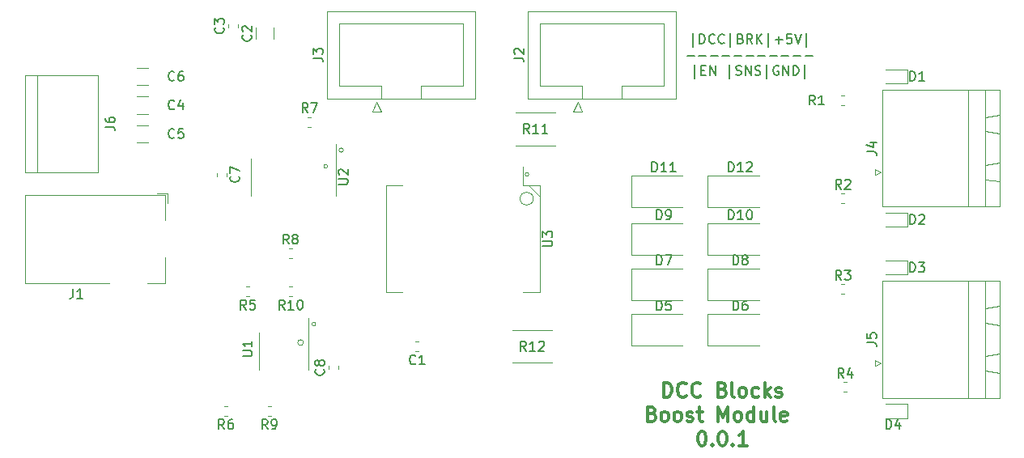
<source format=gbr>
%TF.GenerationSoftware,KiCad,Pcbnew,5.1.6-c6e7f7d~86~ubuntu20.04.1*%
%TF.CreationDate,2020-06-23T12:58:49+02:00*%
%TF.ProjectId,BoostModule,426f6f73-744d-46f6-9475-6c652e6b6963,rev?*%
%TF.SameCoordinates,Original*%
%TF.FileFunction,Legend,Top*%
%TF.FilePolarity,Positive*%
%FSLAX46Y46*%
G04 Gerber Fmt 4.6, Leading zero omitted, Abs format (unit mm)*
G04 Created by KiCad (PCBNEW 5.1.6-c6e7f7d~86~ubuntu20.04.1) date 2020-06-23 12:58:49*
%MOMM*%
%LPD*%
G01*
G04 APERTURE LIST*
%ADD10C,0.300000*%
%ADD11C,0.150000*%
%ADD12C,0.120000*%
G04 APERTURE END LIST*
D10*
X167009142Y-91524571D02*
X167009142Y-90024571D01*
X167366285Y-90024571D01*
X167580571Y-90096000D01*
X167723428Y-90238857D01*
X167794857Y-90381714D01*
X167866285Y-90667428D01*
X167866285Y-90881714D01*
X167794857Y-91167428D01*
X167723428Y-91310285D01*
X167580571Y-91453142D01*
X167366285Y-91524571D01*
X167009142Y-91524571D01*
X169366285Y-91381714D02*
X169294857Y-91453142D01*
X169080571Y-91524571D01*
X168937714Y-91524571D01*
X168723428Y-91453142D01*
X168580571Y-91310285D01*
X168509142Y-91167428D01*
X168437714Y-90881714D01*
X168437714Y-90667428D01*
X168509142Y-90381714D01*
X168580571Y-90238857D01*
X168723428Y-90096000D01*
X168937714Y-90024571D01*
X169080571Y-90024571D01*
X169294857Y-90096000D01*
X169366285Y-90167428D01*
X170866285Y-91381714D02*
X170794857Y-91453142D01*
X170580571Y-91524571D01*
X170437714Y-91524571D01*
X170223428Y-91453142D01*
X170080571Y-91310285D01*
X170009142Y-91167428D01*
X169937714Y-90881714D01*
X169937714Y-90667428D01*
X170009142Y-90381714D01*
X170080571Y-90238857D01*
X170223428Y-90096000D01*
X170437714Y-90024571D01*
X170580571Y-90024571D01*
X170794857Y-90096000D01*
X170866285Y-90167428D01*
X173152000Y-90738857D02*
X173366285Y-90810285D01*
X173437714Y-90881714D01*
X173509142Y-91024571D01*
X173509142Y-91238857D01*
X173437714Y-91381714D01*
X173366285Y-91453142D01*
X173223428Y-91524571D01*
X172652000Y-91524571D01*
X172652000Y-90024571D01*
X173152000Y-90024571D01*
X173294857Y-90096000D01*
X173366285Y-90167428D01*
X173437714Y-90310285D01*
X173437714Y-90453142D01*
X173366285Y-90596000D01*
X173294857Y-90667428D01*
X173152000Y-90738857D01*
X172652000Y-90738857D01*
X174366285Y-91524571D02*
X174223428Y-91453142D01*
X174152000Y-91310285D01*
X174152000Y-90024571D01*
X175152000Y-91524571D02*
X175009142Y-91453142D01*
X174937714Y-91381714D01*
X174866285Y-91238857D01*
X174866285Y-90810285D01*
X174937714Y-90667428D01*
X175009142Y-90596000D01*
X175152000Y-90524571D01*
X175366285Y-90524571D01*
X175509142Y-90596000D01*
X175580571Y-90667428D01*
X175652000Y-90810285D01*
X175652000Y-91238857D01*
X175580571Y-91381714D01*
X175509142Y-91453142D01*
X175366285Y-91524571D01*
X175152000Y-91524571D01*
X176937714Y-91453142D02*
X176794857Y-91524571D01*
X176509142Y-91524571D01*
X176366285Y-91453142D01*
X176294857Y-91381714D01*
X176223428Y-91238857D01*
X176223428Y-90810285D01*
X176294857Y-90667428D01*
X176366285Y-90596000D01*
X176509142Y-90524571D01*
X176794857Y-90524571D01*
X176937714Y-90596000D01*
X177580571Y-91524571D02*
X177580571Y-90024571D01*
X177723428Y-90953142D02*
X178152000Y-91524571D01*
X178152000Y-90524571D02*
X177580571Y-91096000D01*
X178723428Y-91453142D02*
X178866285Y-91524571D01*
X179152000Y-91524571D01*
X179294857Y-91453142D01*
X179366285Y-91310285D01*
X179366285Y-91238857D01*
X179294857Y-91096000D01*
X179152000Y-91024571D01*
X178937714Y-91024571D01*
X178794857Y-90953142D01*
X178723428Y-90810285D01*
X178723428Y-90738857D01*
X178794857Y-90596000D01*
X178937714Y-90524571D01*
X179152000Y-90524571D01*
X179294857Y-90596000D01*
X165794857Y-93288857D02*
X166009142Y-93360285D01*
X166080571Y-93431714D01*
X166152000Y-93574571D01*
X166152000Y-93788857D01*
X166080571Y-93931714D01*
X166009142Y-94003142D01*
X165866285Y-94074571D01*
X165294857Y-94074571D01*
X165294857Y-92574571D01*
X165794857Y-92574571D01*
X165937714Y-92646000D01*
X166009142Y-92717428D01*
X166080571Y-92860285D01*
X166080571Y-93003142D01*
X166009142Y-93146000D01*
X165937714Y-93217428D01*
X165794857Y-93288857D01*
X165294857Y-93288857D01*
X167009142Y-94074571D02*
X166866285Y-94003142D01*
X166794857Y-93931714D01*
X166723428Y-93788857D01*
X166723428Y-93360285D01*
X166794857Y-93217428D01*
X166866285Y-93146000D01*
X167009142Y-93074571D01*
X167223428Y-93074571D01*
X167366285Y-93146000D01*
X167437714Y-93217428D01*
X167509142Y-93360285D01*
X167509142Y-93788857D01*
X167437714Y-93931714D01*
X167366285Y-94003142D01*
X167223428Y-94074571D01*
X167009142Y-94074571D01*
X168366285Y-94074571D02*
X168223428Y-94003142D01*
X168152000Y-93931714D01*
X168080571Y-93788857D01*
X168080571Y-93360285D01*
X168152000Y-93217428D01*
X168223428Y-93146000D01*
X168366285Y-93074571D01*
X168580571Y-93074571D01*
X168723428Y-93146000D01*
X168794857Y-93217428D01*
X168866285Y-93360285D01*
X168866285Y-93788857D01*
X168794857Y-93931714D01*
X168723428Y-94003142D01*
X168580571Y-94074571D01*
X168366285Y-94074571D01*
X169437714Y-94003142D02*
X169580571Y-94074571D01*
X169866285Y-94074571D01*
X170009142Y-94003142D01*
X170080571Y-93860285D01*
X170080571Y-93788857D01*
X170009142Y-93646000D01*
X169866285Y-93574571D01*
X169652000Y-93574571D01*
X169509142Y-93503142D01*
X169437714Y-93360285D01*
X169437714Y-93288857D01*
X169509142Y-93146000D01*
X169652000Y-93074571D01*
X169866285Y-93074571D01*
X170009142Y-93146000D01*
X170509142Y-93074571D02*
X171080571Y-93074571D01*
X170723428Y-92574571D02*
X170723428Y-93860285D01*
X170794857Y-94003142D01*
X170937714Y-94074571D01*
X171080571Y-94074571D01*
X172723428Y-94074571D02*
X172723428Y-92574571D01*
X173223428Y-93646000D01*
X173723428Y-92574571D01*
X173723428Y-94074571D01*
X174652000Y-94074571D02*
X174509142Y-94003142D01*
X174437714Y-93931714D01*
X174366285Y-93788857D01*
X174366285Y-93360285D01*
X174437714Y-93217428D01*
X174509142Y-93146000D01*
X174652000Y-93074571D01*
X174866285Y-93074571D01*
X175009142Y-93146000D01*
X175080571Y-93217428D01*
X175152000Y-93360285D01*
X175152000Y-93788857D01*
X175080571Y-93931714D01*
X175009142Y-94003142D01*
X174866285Y-94074571D01*
X174652000Y-94074571D01*
X176437714Y-94074571D02*
X176437714Y-92574571D01*
X176437714Y-94003142D02*
X176294857Y-94074571D01*
X176009142Y-94074571D01*
X175866285Y-94003142D01*
X175794857Y-93931714D01*
X175723428Y-93788857D01*
X175723428Y-93360285D01*
X175794857Y-93217428D01*
X175866285Y-93146000D01*
X176009142Y-93074571D01*
X176294857Y-93074571D01*
X176437714Y-93146000D01*
X177794857Y-93074571D02*
X177794857Y-94074571D01*
X177152000Y-93074571D02*
X177152000Y-93860285D01*
X177223428Y-94003142D01*
X177366285Y-94074571D01*
X177580571Y-94074571D01*
X177723428Y-94003142D01*
X177794857Y-93931714D01*
X178723428Y-94074571D02*
X178580571Y-94003142D01*
X178509142Y-93860285D01*
X178509142Y-92574571D01*
X179866285Y-94003142D02*
X179723428Y-94074571D01*
X179437714Y-94074571D01*
X179294857Y-94003142D01*
X179223428Y-93860285D01*
X179223428Y-93288857D01*
X179294857Y-93146000D01*
X179437714Y-93074571D01*
X179723428Y-93074571D01*
X179866285Y-93146000D01*
X179937714Y-93288857D01*
X179937714Y-93431714D01*
X179223428Y-93574571D01*
X170937714Y-95124571D02*
X171080571Y-95124571D01*
X171223428Y-95196000D01*
X171294857Y-95267428D01*
X171366285Y-95410285D01*
X171437714Y-95696000D01*
X171437714Y-96053142D01*
X171366285Y-96338857D01*
X171294857Y-96481714D01*
X171223428Y-96553142D01*
X171080571Y-96624571D01*
X170937714Y-96624571D01*
X170794857Y-96553142D01*
X170723428Y-96481714D01*
X170652000Y-96338857D01*
X170580571Y-96053142D01*
X170580571Y-95696000D01*
X170652000Y-95410285D01*
X170723428Y-95267428D01*
X170794857Y-95196000D01*
X170937714Y-95124571D01*
X172080571Y-96481714D02*
X172152000Y-96553142D01*
X172080571Y-96624571D01*
X172009142Y-96553142D01*
X172080571Y-96481714D01*
X172080571Y-96624571D01*
X173080571Y-95124571D02*
X173223428Y-95124571D01*
X173366285Y-95196000D01*
X173437714Y-95267428D01*
X173509142Y-95410285D01*
X173580571Y-95696000D01*
X173580571Y-96053142D01*
X173509142Y-96338857D01*
X173437714Y-96481714D01*
X173366285Y-96553142D01*
X173223428Y-96624571D01*
X173080571Y-96624571D01*
X172937714Y-96553142D01*
X172866285Y-96481714D01*
X172794857Y-96338857D01*
X172723428Y-96053142D01*
X172723428Y-95696000D01*
X172794857Y-95410285D01*
X172866285Y-95267428D01*
X172937714Y-95196000D01*
X173080571Y-95124571D01*
X174223428Y-96481714D02*
X174294857Y-96553142D01*
X174223428Y-96624571D01*
X174152000Y-96553142D01*
X174223428Y-96481714D01*
X174223428Y-96624571D01*
X175723428Y-96624571D02*
X174866285Y-96624571D01*
X175294857Y-96624571D02*
X175294857Y-95124571D01*
X175152000Y-95338857D01*
X175009142Y-95481714D01*
X174866285Y-95553142D01*
D11*
X170047619Y-54885714D02*
X170047619Y-53457142D01*
X170761904Y-54552380D02*
X170761904Y-53552380D01*
X171000000Y-53552380D01*
X171142857Y-53600000D01*
X171238095Y-53695238D01*
X171285714Y-53790476D01*
X171333333Y-53980952D01*
X171333333Y-54123809D01*
X171285714Y-54314285D01*
X171238095Y-54409523D01*
X171142857Y-54504761D01*
X171000000Y-54552380D01*
X170761904Y-54552380D01*
X172333333Y-54457142D02*
X172285714Y-54504761D01*
X172142857Y-54552380D01*
X172047619Y-54552380D01*
X171904761Y-54504761D01*
X171809523Y-54409523D01*
X171761904Y-54314285D01*
X171714285Y-54123809D01*
X171714285Y-53980952D01*
X171761904Y-53790476D01*
X171809523Y-53695238D01*
X171904761Y-53600000D01*
X172047619Y-53552380D01*
X172142857Y-53552380D01*
X172285714Y-53600000D01*
X172333333Y-53647619D01*
X173333333Y-54457142D02*
X173285714Y-54504761D01*
X173142857Y-54552380D01*
X173047619Y-54552380D01*
X172904761Y-54504761D01*
X172809523Y-54409523D01*
X172761904Y-54314285D01*
X172714285Y-54123809D01*
X172714285Y-53980952D01*
X172761904Y-53790476D01*
X172809523Y-53695238D01*
X172904761Y-53600000D01*
X173047619Y-53552380D01*
X173142857Y-53552380D01*
X173285714Y-53600000D01*
X173333333Y-53647619D01*
X174000000Y-54885714D02*
X174000000Y-53457142D01*
X175047619Y-54028571D02*
X175190476Y-54076190D01*
X175238095Y-54123809D01*
X175285714Y-54219047D01*
X175285714Y-54361904D01*
X175238095Y-54457142D01*
X175190476Y-54504761D01*
X175095238Y-54552380D01*
X174714285Y-54552380D01*
X174714285Y-53552380D01*
X175047619Y-53552380D01*
X175142857Y-53600000D01*
X175190476Y-53647619D01*
X175238095Y-53742857D01*
X175238095Y-53838095D01*
X175190476Y-53933333D01*
X175142857Y-53980952D01*
X175047619Y-54028571D01*
X174714285Y-54028571D01*
X176285714Y-54552380D02*
X175952380Y-54076190D01*
X175714285Y-54552380D02*
X175714285Y-53552380D01*
X176095238Y-53552380D01*
X176190476Y-53600000D01*
X176238095Y-53647619D01*
X176285714Y-53742857D01*
X176285714Y-53885714D01*
X176238095Y-53980952D01*
X176190476Y-54028571D01*
X176095238Y-54076190D01*
X175714285Y-54076190D01*
X176714285Y-54552380D02*
X176714285Y-53552380D01*
X177285714Y-54552380D02*
X176857142Y-53980952D01*
X177285714Y-53552380D02*
X176714285Y-54123809D01*
X177952380Y-54885714D02*
X177952380Y-53457142D01*
X178666666Y-54171428D02*
X179428571Y-54171428D01*
X179047619Y-54552380D02*
X179047619Y-53790476D01*
X180380952Y-53552380D02*
X179904761Y-53552380D01*
X179857142Y-54028571D01*
X179904761Y-53980952D01*
X180000000Y-53933333D01*
X180238095Y-53933333D01*
X180333333Y-53980952D01*
X180380952Y-54028571D01*
X180428571Y-54123809D01*
X180428571Y-54361904D01*
X180380952Y-54457142D01*
X180333333Y-54504761D01*
X180238095Y-54552380D01*
X180000000Y-54552380D01*
X179904761Y-54504761D01*
X179857142Y-54457142D01*
X180714285Y-53552380D02*
X181047619Y-54552380D01*
X181380952Y-53552380D01*
X181952380Y-54885714D02*
X181952380Y-53457142D01*
X169428571Y-55821428D02*
X170190476Y-55821428D01*
X170666666Y-55821428D02*
X171428571Y-55821428D01*
X171904761Y-55821428D02*
X172666666Y-55821428D01*
X173142857Y-55821428D02*
X173904761Y-55821428D01*
X174380952Y-55821428D02*
X175142857Y-55821428D01*
X175619047Y-55821428D02*
X176380952Y-55821428D01*
X176857142Y-55821428D02*
X177619047Y-55821428D01*
X178095238Y-55821428D02*
X178857142Y-55821428D01*
X179333333Y-55821428D02*
X180095238Y-55821428D01*
X180571428Y-55821428D02*
X181333333Y-55821428D01*
X181809523Y-55821428D02*
X182571428Y-55821428D01*
X170214285Y-58185714D02*
X170214285Y-56757142D01*
X170928571Y-57328571D02*
X171261904Y-57328571D01*
X171404761Y-57852380D02*
X170928571Y-57852380D01*
X170928571Y-56852380D01*
X171404761Y-56852380D01*
X171833333Y-57852380D02*
X171833333Y-56852380D01*
X172404761Y-57852380D01*
X172404761Y-56852380D01*
X173880952Y-58185714D02*
X173880952Y-56757142D01*
X174547619Y-57804761D02*
X174690476Y-57852380D01*
X174928571Y-57852380D01*
X175023809Y-57804761D01*
X175071428Y-57757142D01*
X175119047Y-57661904D01*
X175119047Y-57566666D01*
X175071428Y-57471428D01*
X175023809Y-57423809D01*
X174928571Y-57376190D01*
X174738095Y-57328571D01*
X174642857Y-57280952D01*
X174595238Y-57233333D01*
X174547619Y-57138095D01*
X174547619Y-57042857D01*
X174595238Y-56947619D01*
X174642857Y-56900000D01*
X174738095Y-56852380D01*
X174976190Y-56852380D01*
X175119047Y-56900000D01*
X175547619Y-57852380D02*
X175547619Y-56852380D01*
X176119047Y-57852380D01*
X176119047Y-56852380D01*
X176547619Y-57804761D02*
X176690476Y-57852380D01*
X176928571Y-57852380D01*
X177023809Y-57804761D01*
X177071428Y-57757142D01*
X177119047Y-57661904D01*
X177119047Y-57566666D01*
X177071428Y-57471428D01*
X177023809Y-57423809D01*
X176928571Y-57376190D01*
X176738095Y-57328571D01*
X176642857Y-57280952D01*
X176595238Y-57233333D01*
X176547619Y-57138095D01*
X176547619Y-57042857D01*
X176595238Y-56947619D01*
X176642857Y-56900000D01*
X176738095Y-56852380D01*
X176976190Y-56852380D01*
X177119047Y-56900000D01*
X177785714Y-58185714D02*
X177785714Y-56757142D01*
X179023809Y-56900000D02*
X178928571Y-56852380D01*
X178785714Y-56852380D01*
X178642857Y-56900000D01*
X178547619Y-56995238D01*
X178500000Y-57090476D01*
X178452380Y-57280952D01*
X178452380Y-57423809D01*
X178500000Y-57614285D01*
X178547619Y-57709523D01*
X178642857Y-57804761D01*
X178785714Y-57852380D01*
X178880952Y-57852380D01*
X179023809Y-57804761D01*
X179071428Y-57757142D01*
X179071428Y-57423809D01*
X178880952Y-57423809D01*
X179500000Y-57852380D02*
X179500000Y-56852380D01*
X180071428Y-57852380D01*
X180071428Y-56852380D01*
X180547619Y-57852380D02*
X180547619Y-56852380D01*
X180785714Y-56852380D01*
X180928571Y-56900000D01*
X181023809Y-56995238D01*
X181071428Y-57090476D01*
X181119047Y-57280952D01*
X181119047Y-57423809D01*
X181071428Y-57614285D01*
X181023809Y-57709523D01*
X180928571Y-57804761D01*
X180785714Y-57852380D01*
X180547619Y-57852380D01*
X181785714Y-58185714D02*
X181785714Y-56757142D01*
D12*
%TO.C,J6*%
X101524000Y-67996000D02*
X101524000Y-57836000D01*
X100254000Y-67996000D02*
X107874000Y-67996000D01*
X107874000Y-67996000D02*
X107874000Y-57836000D01*
X107874000Y-57836000D02*
X100254000Y-57836000D01*
X100254000Y-57836000D02*
X100254000Y-67996000D01*
%TO.C,D12*%
X171600000Y-68350000D02*
X171600000Y-71650000D01*
X171600000Y-71650000D02*
X177000000Y-71650000D01*
X171600000Y-68350000D02*
X177000000Y-68350000D01*
%TO.C,D11*%
X163600000Y-68350000D02*
X163600000Y-71650000D01*
X163600000Y-71650000D02*
X169000000Y-71650000D01*
X163600000Y-68350000D02*
X169000000Y-68350000D01*
%TO.C,D10*%
X171600000Y-73350000D02*
X171600000Y-76650000D01*
X171600000Y-76650000D02*
X177000000Y-76650000D01*
X171600000Y-73350000D02*
X177000000Y-73350000D01*
%TO.C,D9*%
X163600000Y-73350000D02*
X163600000Y-76650000D01*
X163600000Y-76650000D02*
X169000000Y-76650000D01*
X163600000Y-73350000D02*
X169000000Y-73350000D01*
%TO.C,D8*%
X171600000Y-78100000D02*
X171600000Y-81400000D01*
X171600000Y-81400000D02*
X177000000Y-81400000D01*
X171600000Y-78100000D02*
X177000000Y-78100000D01*
%TO.C,D7*%
X163600000Y-78100000D02*
X163600000Y-81400000D01*
X163600000Y-81400000D02*
X169000000Y-81400000D01*
X163600000Y-78100000D02*
X169000000Y-78100000D01*
%TO.C,D6*%
X171600000Y-82850000D02*
X171600000Y-86150000D01*
X171600000Y-86150000D02*
X177000000Y-86150000D01*
X171600000Y-82850000D02*
X177000000Y-82850000D01*
%TO.C,D5*%
X163600000Y-82850000D02*
X163600000Y-86150000D01*
X163600000Y-86150000D02*
X169000000Y-86150000D01*
X163600000Y-82850000D02*
X169000000Y-82850000D01*
%TO.C,C8*%
X131990000Y-88625279D02*
X131990000Y-88299721D01*
X133010000Y-88625279D02*
X133010000Y-88299721D01*
%TO.C,C7*%
X121260000Y-68099721D02*
X121260000Y-68425279D01*
X120240000Y-68099721D02*
X120240000Y-68425279D01*
%TO.C,C6*%
X111885436Y-57090000D02*
X113089564Y-57090000D01*
X111885436Y-58910000D02*
X113089564Y-58910000D01*
%TO.C,C5*%
X111885436Y-63090000D02*
X113089564Y-63090000D01*
X111885436Y-64910000D02*
X113089564Y-64910000D01*
%TO.C,C4*%
X111885436Y-60090000D02*
X113089564Y-60090000D01*
X111885436Y-61910000D02*
X113089564Y-61910000D01*
%TO.C,C3*%
X121490000Y-52875279D02*
X121490000Y-52549721D01*
X122510000Y-52875279D02*
X122510000Y-52549721D01*
%TO.C,C2*%
X124380000Y-54089564D02*
X124380000Y-52885436D01*
X126200000Y-54089564D02*
X126200000Y-52885436D01*
%TO.C,C1*%
X141375279Y-86760000D02*
X141049721Y-86760000D01*
X141375279Y-85740000D02*
X141049721Y-85740000D01*
%TO.C,D3*%
X190200000Y-78735000D02*
X192485000Y-78735000D01*
X192485000Y-78735000D02*
X192485000Y-77265000D01*
X192485000Y-77265000D02*
X190200000Y-77265000D01*
%TO.C,D4*%
X190200000Y-93735000D02*
X192485000Y-93735000D01*
X192485000Y-93735000D02*
X192485000Y-92265000D01*
X192485000Y-92265000D02*
X190200000Y-92265000D01*
%TO.C,D2*%
X190200000Y-73735000D02*
X192485000Y-73735000D01*
X192485000Y-73735000D02*
X192485000Y-72265000D01*
X192485000Y-72265000D02*
X190200000Y-72265000D01*
%TO.C,D1*%
X190200000Y-58735000D02*
X192485000Y-58735000D01*
X192485000Y-58735000D02*
X192485000Y-57265000D01*
X192485000Y-57265000D02*
X190200000Y-57265000D01*
%TO.C,R12*%
X151197936Y-84540000D02*
X155302064Y-84540000D01*
X151197936Y-87960000D02*
X155302064Y-87960000D01*
%TO.C,R11*%
X151547936Y-61790000D02*
X155652064Y-61790000D01*
X151547936Y-65210000D02*
X155652064Y-65210000D01*
%TO.C,R10*%
X128162779Y-81010000D02*
X127837221Y-81010000D01*
X128162779Y-79990000D02*
X127837221Y-79990000D01*
%TO.C,R9*%
X125912779Y-93510000D02*
X125587221Y-93510000D01*
X125912779Y-92490000D02*
X125587221Y-92490000D01*
%TO.C,R8*%
X127799721Y-75990000D02*
X128125279Y-75990000D01*
X127799721Y-77010000D02*
X128125279Y-77010000D01*
%TO.C,R7*%
X129799721Y-62240000D02*
X130125279Y-62240000D01*
X129799721Y-63260000D02*
X130125279Y-63260000D01*
%TO.C,R6*%
X121375279Y-93510000D02*
X121049721Y-93510000D01*
X121375279Y-92490000D02*
X121049721Y-92490000D01*
%TO.C,R5*%
X123662779Y-81010000D02*
X123337221Y-81010000D01*
X123662779Y-79990000D02*
X123337221Y-79990000D01*
%TO.C,R4*%
X185837221Y-89990000D02*
X186162779Y-89990000D01*
X185837221Y-91010000D02*
X186162779Y-91010000D01*
%TO.C,R3*%
X185587221Y-79740000D02*
X185912779Y-79740000D01*
X185587221Y-80760000D02*
X185912779Y-80760000D01*
%TO.C,R2*%
X185587221Y-70240000D02*
X185912779Y-70240000D01*
X185587221Y-71260000D02*
X185912779Y-71260000D01*
%TO.C,R1*%
X185587221Y-59990000D02*
X185912779Y-59990000D01*
X185587221Y-61010000D02*
X185912779Y-61010000D01*
%TO.C,U3*%
X154050000Y-80600000D02*
X152300000Y-80600000D01*
X137950000Y-80600000D02*
X139700000Y-80600000D01*
X137950000Y-80600000D02*
X137950000Y-69400000D01*
X137950000Y-69400000D02*
X139700000Y-69400000D01*
X154050000Y-69400000D02*
X152300000Y-69400000D01*
X152300000Y-69400000D02*
X152300000Y-67400000D01*
X154050000Y-80600000D02*
X154050000Y-69400000D01*
X152905600Y-68243600D02*
G75*
G03*
X152905600Y-68243600I-200000J0D01*
G01*
X153361288Y-70783600D02*
G75*
G03*
X153361288Y-70783600I-683444J0D01*
G01*
X152908800Y-69412000D02*
X154026400Y-70529600D01*
%TO.C,U2*%
X123815000Y-68500000D02*
X123815000Y-70450000D01*
X123815000Y-68500000D02*
X123815000Y-66550000D01*
X132685000Y-68500000D02*
X132685000Y-70450000D01*
X132685000Y-68500000D02*
X132685000Y-65050000D01*
X133506385Y-65706000D02*
G75*
G03*
X133506385Y-65706000I-227185J0D01*
G01*
X131853600Y-67382400D02*
G75*
G03*
X131853600Y-67382400I-200000J0D01*
G01*
%TO.C,U1*%
X124690000Y-86750000D02*
X124690000Y-88700000D01*
X124690000Y-86750000D02*
X124690000Y-84800000D01*
X129810000Y-86750000D02*
X129810000Y-88700000D01*
X129810000Y-86750000D02*
X129810000Y-83300000D01*
X130599600Y-83905200D02*
G75*
G03*
X130599600Y-83905200I-200000J0D01*
G01*
X129328000Y-85835600D02*
G75*
G03*
X129328000Y-85835600I-300000J0D01*
G01*
%TO.C,J5*%
X189890000Y-91610000D02*
X202110000Y-91610000D01*
X202110000Y-91610000D02*
X202110000Y-79390000D01*
X202110000Y-79390000D02*
X189890000Y-79390000D01*
X189890000Y-79390000D02*
X189890000Y-91610000D01*
X200610000Y-91610000D02*
X198810000Y-91610000D01*
X198810000Y-91610000D02*
X198810000Y-79390000D01*
X198810000Y-79390000D02*
X200610000Y-79390000D01*
X200610000Y-79390000D02*
X200610000Y-91610000D01*
X202110000Y-89000000D02*
X202110000Y-87000000D01*
X202110000Y-87000000D02*
X200610000Y-87250000D01*
X200610000Y-87250000D02*
X200610000Y-88750000D01*
X200610000Y-88750000D02*
X202110000Y-89000000D01*
X202110000Y-84000000D02*
X202110000Y-82000000D01*
X202110000Y-82000000D02*
X200610000Y-82250000D01*
X200610000Y-82250000D02*
X200610000Y-83750000D01*
X200610000Y-83750000D02*
X202110000Y-84000000D01*
X189090000Y-87700000D02*
X189690000Y-88000000D01*
X189690000Y-88000000D02*
X189090000Y-88300000D01*
X189090000Y-88300000D02*
X189090000Y-87700000D01*
%TO.C,J4*%
X189890000Y-71610000D02*
X202110000Y-71610000D01*
X202110000Y-71610000D02*
X202110000Y-59390000D01*
X202110000Y-59390000D02*
X189890000Y-59390000D01*
X189890000Y-59390000D02*
X189890000Y-71610000D01*
X200610000Y-71610000D02*
X198810000Y-71610000D01*
X198810000Y-71610000D02*
X198810000Y-59390000D01*
X198810000Y-59390000D02*
X200610000Y-59390000D01*
X200610000Y-59390000D02*
X200610000Y-71610000D01*
X202110000Y-69000000D02*
X202110000Y-67000000D01*
X202110000Y-67000000D02*
X200610000Y-67250000D01*
X200610000Y-67250000D02*
X200610000Y-68750000D01*
X200610000Y-68750000D02*
X202110000Y-69000000D01*
X202110000Y-64000000D02*
X202110000Y-62000000D01*
X202110000Y-62000000D02*
X200610000Y-62250000D01*
X200610000Y-62250000D02*
X200610000Y-63750000D01*
X200610000Y-63750000D02*
X202110000Y-64000000D01*
X189090000Y-67700000D02*
X189690000Y-68000000D01*
X189690000Y-68000000D02*
X189090000Y-68300000D01*
X189090000Y-68300000D02*
X189090000Y-67700000D01*
%TO.C,J3*%
X131790000Y-60290000D02*
X131790000Y-51170000D01*
X131790000Y-51170000D02*
X147290000Y-51170000D01*
X147290000Y-51170000D02*
X147290000Y-60290000D01*
X147290000Y-60290000D02*
X131790000Y-60290000D01*
X137490000Y-60290000D02*
X137490000Y-58980000D01*
X137490000Y-58980000D02*
X133090000Y-58980000D01*
X133090000Y-58980000D02*
X133090000Y-52480000D01*
X133090000Y-52480000D02*
X145990000Y-52480000D01*
X145990000Y-52480000D02*
X145990000Y-58980000D01*
X145990000Y-58980000D02*
X141590000Y-58980000D01*
X141590000Y-58980000D02*
X141590000Y-58980000D01*
X141590000Y-58980000D02*
X141590000Y-60290000D01*
X137000000Y-60680000D02*
X136500000Y-61680000D01*
X136500000Y-61680000D02*
X137500000Y-61680000D01*
X137500000Y-61680000D02*
X137000000Y-60680000D01*
%TO.C,J2*%
X152790000Y-60290000D02*
X152790000Y-51170000D01*
X152790000Y-51170000D02*
X168290000Y-51170000D01*
X168290000Y-51170000D02*
X168290000Y-60290000D01*
X168290000Y-60290000D02*
X152790000Y-60290000D01*
X158490000Y-60290000D02*
X158490000Y-58980000D01*
X158490000Y-58980000D02*
X154090000Y-58980000D01*
X154090000Y-58980000D02*
X154090000Y-52480000D01*
X154090000Y-52480000D02*
X166990000Y-52480000D01*
X166990000Y-52480000D02*
X166990000Y-58980000D01*
X166990000Y-58980000D02*
X162590000Y-58980000D01*
X162590000Y-58980000D02*
X162590000Y-58980000D01*
X162590000Y-58980000D02*
X162590000Y-60290000D01*
X158000000Y-60680000D02*
X157500000Y-61680000D01*
X157500000Y-61680000D02*
X158500000Y-61680000D01*
X158500000Y-61680000D02*
X158000000Y-60680000D01*
%TO.C,J1*%
X115100000Y-71250000D02*
X115100000Y-70200000D01*
X114050000Y-70200000D02*
X115100000Y-70200000D01*
X109000000Y-79600000D02*
X100200000Y-79600000D01*
X100200000Y-79600000D02*
X100200000Y-70400000D01*
X114900000Y-76900000D02*
X114900000Y-79600000D01*
X114900000Y-79600000D02*
X113000000Y-79600000D01*
X100200000Y-70400000D02*
X114900000Y-70400000D01*
X114900000Y-70400000D02*
X114900000Y-73000000D01*
%TO.C,J6*%
D11*
X108596380Y-63249333D02*
X109310666Y-63249333D01*
X109453523Y-63296952D01*
X109548761Y-63392190D01*
X109596380Y-63535047D01*
X109596380Y-63630285D01*
X108596380Y-62344571D02*
X108596380Y-62535047D01*
X108644000Y-62630285D01*
X108691619Y-62677904D01*
X108834476Y-62773142D01*
X109024952Y-62820761D01*
X109405904Y-62820761D01*
X109501142Y-62773142D01*
X109548761Y-62725523D01*
X109596380Y-62630285D01*
X109596380Y-62439809D01*
X109548761Y-62344571D01*
X109501142Y-62296952D01*
X109405904Y-62249333D01*
X109167809Y-62249333D01*
X109072571Y-62296952D01*
X109024952Y-62344571D01*
X108977333Y-62439809D01*
X108977333Y-62630285D01*
X109024952Y-62725523D01*
X109072571Y-62773142D01*
X109167809Y-62820761D01*
%TO.C,D12*%
X173785714Y-67952380D02*
X173785714Y-66952380D01*
X174023809Y-66952380D01*
X174166666Y-67000000D01*
X174261904Y-67095238D01*
X174309523Y-67190476D01*
X174357142Y-67380952D01*
X174357142Y-67523809D01*
X174309523Y-67714285D01*
X174261904Y-67809523D01*
X174166666Y-67904761D01*
X174023809Y-67952380D01*
X173785714Y-67952380D01*
X175309523Y-67952380D02*
X174738095Y-67952380D01*
X175023809Y-67952380D02*
X175023809Y-66952380D01*
X174928571Y-67095238D01*
X174833333Y-67190476D01*
X174738095Y-67238095D01*
X175690476Y-67047619D02*
X175738095Y-67000000D01*
X175833333Y-66952380D01*
X176071428Y-66952380D01*
X176166666Y-67000000D01*
X176214285Y-67047619D01*
X176261904Y-67142857D01*
X176261904Y-67238095D01*
X176214285Y-67380952D01*
X175642857Y-67952380D01*
X176261904Y-67952380D01*
%TO.C,D11*%
X165785714Y-67952380D02*
X165785714Y-66952380D01*
X166023809Y-66952380D01*
X166166666Y-67000000D01*
X166261904Y-67095238D01*
X166309523Y-67190476D01*
X166357142Y-67380952D01*
X166357142Y-67523809D01*
X166309523Y-67714285D01*
X166261904Y-67809523D01*
X166166666Y-67904761D01*
X166023809Y-67952380D01*
X165785714Y-67952380D01*
X167309523Y-67952380D02*
X166738095Y-67952380D01*
X167023809Y-67952380D02*
X167023809Y-66952380D01*
X166928571Y-67095238D01*
X166833333Y-67190476D01*
X166738095Y-67238095D01*
X168261904Y-67952380D02*
X167690476Y-67952380D01*
X167976190Y-67952380D02*
X167976190Y-66952380D01*
X167880952Y-67095238D01*
X167785714Y-67190476D01*
X167690476Y-67238095D01*
%TO.C,D10*%
X173785714Y-72952380D02*
X173785714Y-71952380D01*
X174023809Y-71952380D01*
X174166666Y-72000000D01*
X174261904Y-72095238D01*
X174309523Y-72190476D01*
X174357142Y-72380952D01*
X174357142Y-72523809D01*
X174309523Y-72714285D01*
X174261904Y-72809523D01*
X174166666Y-72904761D01*
X174023809Y-72952380D01*
X173785714Y-72952380D01*
X175309523Y-72952380D02*
X174738095Y-72952380D01*
X175023809Y-72952380D02*
X175023809Y-71952380D01*
X174928571Y-72095238D01*
X174833333Y-72190476D01*
X174738095Y-72238095D01*
X175928571Y-71952380D02*
X176023809Y-71952380D01*
X176119047Y-72000000D01*
X176166666Y-72047619D01*
X176214285Y-72142857D01*
X176261904Y-72333333D01*
X176261904Y-72571428D01*
X176214285Y-72761904D01*
X176166666Y-72857142D01*
X176119047Y-72904761D01*
X176023809Y-72952380D01*
X175928571Y-72952380D01*
X175833333Y-72904761D01*
X175785714Y-72857142D01*
X175738095Y-72761904D01*
X175690476Y-72571428D01*
X175690476Y-72333333D01*
X175738095Y-72142857D01*
X175785714Y-72047619D01*
X175833333Y-72000000D01*
X175928571Y-71952380D01*
%TO.C,D9*%
X166261904Y-72952380D02*
X166261904Y-71952380D01*
X166500000Y-71952380D01*
X166642857Y-72000000D01*
X166738095Y-72095238D01*
X166785714Y-72190476D01*
X166833333Y-72380952D01*
X166833333Y-72523809D01*
X166785714Y-72714285D01*
X166738095Y-72809523D01*
X166642857Y-72904761D01*
X166500000Y-72952380D01*
X166261904Y-72952380D01*
X167309523Y-72952380D02*
X167500000Y-72952380D01*
X167595238Y-72904761D01*
X167642857Y-72857142D01*
X167738095Y-72714285D01*
X167785714Y-72523809D01*
X167785714Y-72142857D01*
X167738095Y-72047619D01*
X167690476Y-72000000D01*
X167595238Y-71952380D01*
X167404761Y-71952380D01*
X167309523Y-72000000D01*
X167261904Y-72047619D01*
X167214285Y-72142857D01*
X167214285Y-72380952D01*
X167261904Y-72476190D01*
X167309523Y-72523809D01*
X167404761Y-72571428D01*
X167595238Y-72571428D01*
X167690476Y-72523809D01*
X167738095Y-72476190D01*
X167785714Y-72380952D01*
%TO.C,D8*%
X174261904Y-77702380D02*
X174261904Y-76702380D01*
X174500000Y-76702380D01*
X174642857Y-76750000D01*
X174738095Y-76845238D01*
X174785714Y-76940476D01*
X174833333Y-77130952D01*
X174833333Y-77273809D01*
X174785714Y-77464285D01*
X174738095Y-77559523D01*
X174642857Y-77654761D01*
X174500000Y-77702380D01*
X174261904Y-77702380D01*
X175404761Y-77130952D02*
X175309523Y-77083333D01*
X175261904Y-77035714D01*
X175214285Y-76940476D01*
X175214285Y-76892857D01*
X175261904Y-76797619D01*
X175309523Y-76750000D01*
X175404761Y-76702380D01*
X175595238Y-76702380D01*
X175690476Y-76750000D01*
X175738095Y-76797619D01*
X175785714Y-76892857D01*
X175785714Y-76940476D01*
X175738095Y-77035714D01*
X175690476Y-77083333D01*
X175595238Y-77130952D01*
X175404761Y-77130952D01*
X175309523Y-77178571D01*
X175261904Y-77226190D01*
X175214285Y-77321428D01*
X175214285Y-77511904D01*
X175261904Y-77607142D01*
X175309523Y-77654761D01*
X175404761Y-77702380D01*
X175595238Y-77702380D01*
X175690476Y-77654761D01*
X175738095Y-77607142D01*
X175785714Y-77511904D01*
X175785714Y-77321428D01*
X175738095Y-77226190D01*
X175690476Y-77178571D01*
X175595238Y-77130952D01*
%TO.C,D7*%
X166261904Y-77702380D02*
X166261904Y-76702380D01*
X166500000Y-76702380D01*
X166642857Y-76750000D01*
X166738095Y-76845238D01*
X166785714Y-76940476D01*
X166833333Y-77130952D01*
X166833333Y-77273809D01*
X166785714Y-77464285D01*
X166738095Y-77559523D01*
X166642857Y-77654761D01*
X166500000Y-77702380D01*
X166261904Y-77702380D01*
X167166666Y-76702380D02*
X167833333Y-76702380D01*
X167404761Y-77702380D01*
%TO.C,D6*%
X174261904Y-82452380D02*
X174261904Y-81452380D01*
X174500000Y-81452380D01*
X174642857Y-81500000D01*
X174738095Y-81595238D01*
X174785714Y-81690476D01*
X174833333Y-81880952D01*
X174833333Y-82023809D01*
X174785714Y-82214285D01*
X174738095Y-82309523D01*
X174642857Y-82404761D01*
X174500000Y-82452380D01*
X174261904Y-82452380D01*
X175690476Y-81452380D02*
X175500000Y-81452380D01*
X175404761Y-81500000D01*
X175357142Y-81547619D01*
X175261904Y-81690476D01*
X175214285Y-81880952D01*
X175214285Y-82261904D01*
X175261904Y-82357142D01*
X175309523Y-82404761D01*
X175404761Y-82452380D01*
X175595238Y-82452380D01*
X175690476Y-82404761D01*
X175738095Y-82357142D01*
X175785714Y-82261904D01*
X175785714Y-82023809D01*
X175738095Y-81928571D01*
X175690476Y-81880952D01*
X175595238Y-81833333D01*
X175404761Y-81833333D01*
X175309523Y-81880952D01*
X175261904Y-81928571D01*
X175214285Y-82023809D01*
%TO.C,D5*%
X166261904Y-82452380D02*
X166261904Y-81452380D01*
X166500000Y-81452380D01*
X166642857Y-81500000D01*
X166738095Y-81595238D01*
X166785714Y-81690476D01*
X166833333Y-81880952D01*
X166833333Y-82023809D01*
X166785714Y-82214285D01*
X166738095Y-82309523D01*
X166642857Y-82404761D01*
X166500000Y-82452380D01*
X166261904Y-82452380D01*
X167738095Y-81452380D02*
X167261904Y-81452380D01*
X167214285Y-81928571D01*
X167261904Y-81880952D01*
X167357142Y-81833333D01*
X167595238Y-81833333D01*
X167690476Y-81880952D01*
X167738095Y-81928571D01*
X167785714Y-82023809D01*
X167785714Y-82261904D01*
X167738095Y-82357142D01*
X167690476Y-82404761D01*
X167595238Y-82452380D01*
X167357142Y-82452380D01*
X167261904Y-82404761D01*
X167214285Y-82357142D01*
%TO.C,C8*%
X131427142Y-88629166D02*
X131474761Y-88676785D01*
X131522380Y-88819642D01*
X131522380Y-88914880D01*
X131474761Y-89057738D01*
X131379523Y-89152976D01*
X131284285Y-89200595D01*
X131093809Y-89248214D01*
X130950952Y-89248214D01*
X130760476Y-89200595D01*
X130665238Y-89152976D01*
X130570000Y-89057738D01*
X130522380Y-88914880D01*
X130522380Y-88819642D01*
X130570000Y-88676785D01*
X130617619Y-88629166D01*
X130950952Y-88057738D02*
X130903333Y-88152976D01*
X130855714Y-88200595D01*
X130760476Y-88248214D01*
X130712857Y-88248214D01*
X130617619Y-88200595D01*
X130570000Y-88152976D01*
X130522380Y-88057738D01*
X130522380Y-87867261D01*
X130570000Y-87772023D01*
X130617619Y-87724404D01*
X130712857Y-87676785D01*
X130760476Y-87676785D01*
X130855714Y-87724404D01*
X130903333Y-87772023D01*
X130950952Y-87867261D01*
X130950952Y-88057738D01*
X130998571Y-88152976D01*
X131046190Y-88200595D01*
X131141428Y-88248214D01*
X131331904Y-88248214D01*
X131427142Y-88200595D01*
X131474761Y-88152976D01*
X131522380Y-88057738D01*
X131522380Y-87867261D01*
X131474761Y-87772023D01*
X131427142Y-87724404D01*
X131331904Y-87676785D01*
X131141428Y-87676785D01*
X131046190Y-87724404D01*
X130998571Y-87772023D01*
X130950952Y-87867261D01*
%TO.C,C7*%
X122537142Y-68429166D02*
X122584761Y-68476785D01*
X122632380Y-68619642D01*
X122632380Y-68714880D01*
X122584761Y-68857738D01*
X122489523Y-68952976D01*
X122394285Y-69000595D01*
X122203809Y-69048214D01*
X122060952Y-69048214D01*
X121870476Y-69000595D01*
X121775238Y-68952976D01*
X121680000Y-68857738D01*
X121632380Y-68714880D01*
X121632380Y-68619642D01*
X121680000Y-68476785D01*
X121727619Y-68429166D01*
X121632380Y-68095833D02*
X121632380Y-67429166D01*
X122632380Y-67857738D01*
%TO.C,C6*%
X115833333Y-58357142D02*
X115785714Y-58404761D01*
X115642857Y-58452380D01*
X115547619Y-58452380D01*
X115404761Y-58404761D01*
X115309523Y-58309523D01*
X115261904Y-58214285D01*
X115214285Y-58023809D01*
X115214285Y-57880952D01*
X115261904Y-57690476D01*
X115309523Y-57595238D01*
X115404761Y-57500000D01*
X115547619Y-57452380D01*
X115642857Y-57452380D01*
X115785714Y-57500000D01*
X115833333Y-57547619D01*
X116690476Y-57452380D02*
X116500000Y-57452380D01*
X116404761Y-57500000D01*
X116357142Y-57547619D01*
X116261904Y-57690476D01*
X116214285Y-57880952D01*
X116214285Y-58261904D01*
X116261904Y-58357142D01*
X116309523Y-58404761D01*
X116404761Y-58452380D01*
X116595238Y-58452380D01*
X116690476Y-58404761D01*
X116738095Y-58357142D01*
X116785714Y-58261904D01*
X116785714Y-58023809D01*
X116738095Y-57928571D01*
X116690476Y-57880952D01*
X116595238Y-57833333D01*
X116404761Y-57833333D01*
X116309523Y-57880952D01*
X116261904Y-57928571D01*
X116214285Y-58023809D01*
%TO.C,C5*%
X115833333Y-64357142D02*
X115785714Y-64404761D01*
X115642857Y-64452380D01*
X115547619Y-64452380D01*
X115404761Y-64404761D01*
X115309523Y-64309523D01*
X115261904Y-64214285D01*
X115214285Y-64023809D01*
X115214285Y-63880952D01*
X115261904Y-63690476D01*
X115309523Y-63595238D01*
X115404761Y-63500000D01*
X115547619Y-63452380D01*
X115642857Y-63452380D01*
X115785714Y-63500000D01*
X115833333Y-63547619D01*
X116738095Y-63452380D02*
X116261904Y-63452380D01*
X116214285Y-63928571D01*
X116261904Y-63880952D01*
X116357142Y-63833333D01*
X116595238Y-63833333D01*
X116690476Y-63880952D01*
X116738095Y-63928571D01*
X116785714Y-64023809D01*
X116785714Y-64261904D01*
X116738095Y-64357142D01*
X116690476Y-64404761D01*
X116595238Y-64452380D01*
X116357142Y-64452380D01*
X116261904Y-64404761D01*
X116214285Y-64357142D01*
%TO.C,C4*%
X115833333Y-61357142D02*
X115785714Y-61404761D01*
X115642857Y-61452380D01*
X115547619Y-61452380D01*
X115404761Y-61404761D01*
X115309523Y-61309523D01*
X115261904Y-61214285D01*
X115214285Y-61023809D01*
X115214285Y-60880952D01*
X115261904Y-60690476D01*
X115309523Y-60595238D01*
X115404761Y-60500000D01*
X115547619Y-60452380D01*
X115642857Y-60452380D01*
X115785714Y-60500000D01*
X115833333Y-60547619D01*
X116690476Y-60785714D02*
X116690476Y-61452380D01*
X116452380Y-60404761D02*
X116214285Y-61119047D01*
X116833333Y-61119047D01*
%TO.C,C3*%
X120927142Y-52879166D02*
X120974761Y-52926785D01*
X121022380Y-53069642D01*
X121022380Y-53164880D01*
X120974761Y-53307738D01*
X120879523Y-53402976D01*
X120784285Y-53450595D01*
X120593809Y-53498214D01*
X120450952Y-53498214D01*
X120260476Y-53450595D01*
X120165238Y-53402976D01*
X120070000Y-53307738D01*
X120022380Y-53164880D01*
X120022380Y-53069642D01*
X120070000Y-52926785D01*
X120117619Y-52879166D01*
X120022380Y-52545833D02*
X120022380Y-51926785D01*
X120403333Y-52260119D01*
X120403333Y-52117261D01*
X120450952Y-52022023D01*
X120498571Y-51974404D01*
X120593809Y-51926785D01*
X120831904Y-51926785D01*
X120927142Y-51974404D01*
X120974761Y-52022023D01*
X121022380Y-52117261D01*
X121022380Y-52402976D01*
X120974761Y-52498214D01*
X120927142Y-52545833D01*
%TO.C,C2*%
X123827142Y-53654166D02*
X123874761Y-53701785D01*
X123922380Y-53844642D01*
X123922380Y-53939880D01*
X123874761Y-54082738D01*
X123779523Y-54177976D01*
X123684285Y-54225595D01*
X123493809Y-54273214D01*
X123350952Y-54273214D01*
X123160476Y-54225595D01*
X123065238Y-54177976D01*
X122970000Y-54082738D01*
X122922380Y-53939880D01*
X122922380Y-53844642D01*
X122970000Y-53701785D01*
X123017619Y-53654166D01*
X123017619Y-53273214D02*
X122970000Y-53225595D01*
X122922380Y-53130357D01*
X122922380Y-52892261D01*
X122970000Y-52797023D01*
X123017619Y-52749404D01*
X123112857Y-52701785D01*
X123208095Y-52701785D01*
X123350952Y-52749404D01*
X123922380Y-53320833D01*
X123922380Y-52701785D01*
%TO.C,C1*%
X141045833Y-88037142D02*
X140998214Y-88084761D01*
X140855357Y-88132380D01*
X140760119Y-88132380D01*
X140617261Y-88084761D01*
X140522023Y-87989523D01*
X140474404Y-87894285D01*
X140426785Y-87703809D01*
X140426785Y-87560952D01*
X140474404Y-87370476D01*
X140522023Y-87275238D01*
X140617261Y-87180000D01*
X140760119Y-87132380D01*
X140855357Y-87132380D01*
X140998214Y-87180000D01*
X141045833Y-87227619D01*
X141998214Y-88132380D02*
X141426785Y-88132380D01*
X141712500Y-88132380D02*
X141712500Y-87132380D01*
X141617261Y-87275238D01*
X141522023Y-87370476D01*
X141426785Y-87418095D01*
%TO.C,D3*%
X192749404Y-78452380D02*
X192749404Y-77452380D01*
X192987500Y-77452380D01*
X193130357Y-77500000D01*
X193225595Y-77595238D01*
X193273214Y-77690476D01*
X193320833Y-77880952D01*
X193320833Y-78023809D01*
X193273214Y-78214285D01*
X193225595Y-78309523D01*
X193130357Y-78404761D01*
X192987500Y-78452380D01*
X192749404Y-78452380D01*
X193654166Y-77452380D02*
X194273214Y-77452380D01*
X193939880Y-77833333D01*
X194082738Y-77833333D01*
X194177976Y-77880952D01*
X194225595Y-77928571D01*
X194273214Y-78023809D01*
X194273214Y-78261904D01*
X194225595Y-78357142D01*
X194177976Y-78404761D01*
X194082738Y-78452380D01*
X193797023Y-78452380D01*
X193701785Y-78404761D01*
X193654166Y-78357142D01*
%TO.C,D4*%
X190261904Y-94882380D02*
X190261904Y-93882380D01*
X190500000Y-93882380D01*
X190642857Y-93930000D01*
X190738095Y-94025238D01*
X190785714Y-94120476D01*
X190833333Y-94310952D01*
X190833333Y-94453809D01*
X190785714Y-94644285D01*
X190738095Y-94739523D01*
X190642857Y-94834761D01*
X190500000Y-94882380D01*
X190261904Y-94882380D01*
X191690476Y-94215714D02*
X191690476Y-94882380D01*
X191452380Y-93834761D02*
X191214285Y-94549047D01*
X191833333Y-94549047D01*
%TO.C,D2*%
X192761904Y-73452380D02*
X192761904Y-72452380D01*
X193000000Y-72452380D01*
X193142857Y-72500000D01*
X193238095Y-72595238D01*
X193285714Y-72690476D01*
X193333333Y-72880952D01*
X193333333Y-73023809D01*
X193285714Y-73214285D01*
X193238095Y-73309523D01*
X193142857Y-73404761D01*
X193000000Y-73452380D01*
X192761904Y-73452380D01*
X193714285Y-72547619D02*
X193761904Y-72500000D01*
X193857142Y-72452380D01*
X194095238Y-72452380D01*
X194190476Y-72500000D01*
X194238095Y-72547619D01*
X194285714Y-72642857D01*
X194285714Y-72738095D01*
X194238095Y-72880952D01*
X193666666Y-73452380D01*
X194285714Y-73452380D01*
%TO.C,D1*%
X192761904Y-58452380D02*
X192761904Y-57452380D01*
X193000000Y-57452380D01*
X193142857Y-57500000D01*
X193238095Y-57595238D01*
X193285714Y-57690476D01*
X193333333Y-57880952D01*
X193333333Y-58023809D01*
X193285714Y-58214285D01*
X193238095Y-58309523D01*
X193142857Y-58404761D01*
X193000000Y-58452380D01*
X192761904Y-58452380D01*
X194285714Y-58452380D02*
X193714285Y-58452380D01*
X194000000Y-58452380D02*
X194000000Y-57452380D01*
X193904761Y-57595238D01*
X193809523Y-57690476D01*
X193714285Y-57738095D01*
%TO.C,R12*%
X152607142Y-86702380D02*
X152273809Y-86226190D01*
X152035714Y-86702380D02*
X152035714Y-85702380D01*
X152416666Y-85702380D01*
X152511904Y-85750000D01*
X152559523Y-85797619D01*
X152607142Y-85892857D01*
X152607142Y-86035714D01*
X152559523Y-86130952D01*
X152511904Y-86178571D01*
X152416666Y-86226190D01*
X152035714Y-86226190D01*
X153559523Y-86702380D02*
X152988095Y-86702380D01*
X153273809Y-86702380D02*
X153273809Y-85702380D01*
X153178571Y-85845238D01*
X153083333Y-85940476D01*
X152988095Y-85988095D01*
X153940476Y-85797619D02*
X153988095Y-85750000D01*
X154083333Y-85702380D01*
X154321428Y-85702380D01*
X154416666Y-85750000D01*
X154464285Y-85797619D01*
X154511904Y-85892857D01*
X154511904Y-85988095D01*
X154464285Y-86130952D01*
X153892857Y-86702380D01*
X154511904Y-86702380D01*
%TO.C,R11*%
X152957142Y-63952380D02*
X152623809Y-63476190D01*
X152385714Y-63952380D02*
X152385714Y-62952380D01*
X152766666Y-62952380D01*
X152861904Y-63000000D01*
X152909523Y-63047619D01*
X152957142Y-63142857D01*
X152957142Y-63285714D01*
X152909523Y-63380952D01*
X152861904Y-63428571D01*
X152766666Y-63476190D01*
X152385714Y-63476190D01*
X153909523Y-63952380D02*
X153338095Y-63952380D01*
X153623809Y-63952380D02*
X153623809Y-62952380D01*
X153528571Y-63095238D01*
X153433333Y-63190476D01*
X153338095Y-63238095D01*
X154861904Y-63952380D02*
X154290476Y-63952380D01*
X154576190Y-63952380D02*
X154576190Y-62952380D01*
X154480952Y-63095238D01*
X154385714Y-63190476D01*
X154290476Y-63238095D01*
%TO.C,R10*%
X127357142Y-82382380D02*
X127023809Y-81906190D01*
X126785714Y-82382380D02*
X126785714Y-81382380D01*
X127166666Y-81382380D01*
X127261904Y-81430000D01*
X127309523Y-81477619D01*
X127357142Y-81572857D01*
X127357142Y-81715714D01*
X127309523Y-81810952D01*
X127261904Y-81858571D01*
X127166666Y-81906190D01*
X126785714Y-81906190D01*
X128309523Y-82382380D02*
X127738095Y-82382380D01*
X128023809Y-82382380D02*
X128023809Y-81382380D01*
X127928571Y-81525238D01*
X127833333Y-81620476D01*
X127738095Y-81668095D01*
X128928571Y-81382380D02*
X129023809Y-81382380D01*
X129119047Y-81430000D01*
X129166666Y-81477619D01*
X129214285Y-81572857D01*
X129261904Y-81763333D01*
X129261904Y-82001428D01*
X129214285Y-82191904D01*
X129166666Y-82287142D01*
X129119047Y-82334761D01*
X129023809Y-82382380D01*
X128928571Y-82382380D01*
X128833333Y-82334761D01*
X128785714Y-82287142D01*
X128738095Y-82191904D01*
X128690476Y-82001428D01*
X128690476Y-81763333D01*
X128738095Y-81572857D01*
X128785714Y-81477619D01*
X128833333Y-81430000D01*
X128928571Y-81382380D01*
%TO.C,R9*%
X125583333Y-94882380D02*
X125250000Y-94406190D01*
X125011904Y-94882380D02*
X125011904Y-93882380D01*
X125392857Y-93882380D01*
X125488095Y-93930000D01*
X125535714Y-93977619D01*
X125583333Y-94072857D01*
X125583333Y-94215714D01*
X125535714Y-94310952D01*
X125488095Y-94358571D01*
X125392857Y-94406190D01*
X125011904Y-94406190D01*
X126059523Y-94882380D02*
X126250000Y-94882380D01*
X126345238Y-94834761D01*
X126392857Y-94787142D01*
X126488095Y-94644285D01*
X126535714Y-94453809D01*
X126535714Y-94072857D01*
X126488095Y-93977619D01*
X126440476Y-93930000D01*
X126345238Y-93882380D01*
X126154761Y-93882380D01*
X126059523Y-93930000D01*
X126011904Y-93977619D01*
X125964285Y-94072857D01*
X125964285Y-94310952D01*
X126011904Y-94406190D01*
X126059523Y-94453809D01*
X126154761Y-94501428D01*
X126345238Y-94501428D01*
X126440476Y-94453809D01*
X126488095Y-94406190D01*
X126535714Y-94310952D01*
%TO.C,R8*%
X127795833Y-75522380D02*
X127462500Y-75046190D01*
X127224404Y-75522380D02*
X127224404Y-74522380D01*
X127605357Y-74522380D01*
X127700595Y-74570000D01*
X127748214Y-74617619D01*
X127795833Y-74712857D01*
X127795833Y-74855714D01*
X127748214Y-74950952D01*
X127700595Y-74998571D01*
X127605357Y-75046190D01*
X127224404Y-75046190D01*
X128367261Y-74950952D02*
X128272023Y-74903333D01*
X128224404Y-74855714D01*
X128176785Y-74760476D01*
X128176785Y-74712857D01*
X128224404Y-74617619D01*
X128272023Y-74570000D01*
X128367261Y-74522380D01*
X128557738Y-74522380D01*
X128652976Y-74570000D01*
X128700595Y-74617619D01*
X128748214Y-74712857D01*
X128748214Y-74760476D01*
X128700595Y-74855714D01*
X128652976Y-74903333D01*
X128557738Y-74950952D01*
X128367261Y-74950952D01*
X128272023Y-74998571D01*
X128224404Y-75046190D01*
X128176785Y-75141428D01*
X128176785Y-75331904D01*
X128224404Y-75427142D01*
X128272023Y-75474761D01*
X128367261Y-75522380D01*
X128557738Y-75522380D01*
X128652976Y-75474761D01*
X128700595Y-75427142D01*
X128748214Y-75331904D01*
X128748214Y-75141428D01*
X128700595Y-75046190D01*
X128652976Y-74998571D01*
X128557738Y-74950952D01*
%TO.C,R7*%
X129795833Y-61772380D02*
X129462500Y-61296190D01*
X129224404Y-61772380D02*
X129224404Y-60772380D01*
X129605357Y-60772380D01*
X129700595Y-60820000D01*
X129748214Y-60867619D01*
X129795833Y-60962857D01*
X129795833Y-61105714D01*
X129748214Y-61200952D01*
X129700595Y-61248571D01*
X129605357Y-61296190D01*
X129224404Y-61296190D01*
X130129166Y-60772380D02*
X130795833Y-60772380D01*
X130367261Y-61772380D01*
%TO.C,R6*%
X121045833Y-94882380D02*
X120712500Y-94406190D01*
X120474404Y-94882380D02*
X120474404Y-93882380D01*
X120855357Y-93882380D01*
X120950595Y-93930000D01*
X120998214Y-93977619D01*
X121045833Y-94072857D01*
X121045833Y-94215714D01*
X120998214Y-94310952D01*
X120950595Y-94358571D01*
X120855357Y-94406190D01*
X120474404Y-94406190D01*
X121902976Y-93882380D02*
X121712500Y-93882380D01*
X121617261Y-93930000D01*
X121569642Y-93977619D01*
X121474404Y-94120476D01*
X121426785Y-94310952D01*
X121426785Y-94691904D01*
X121474404Y-94787142D01*
X121522023Y-94834761D01*
X121617261Y-94882380D01*
X121807738Y-94882380D01*
X121902976Y-94834761D01*
X121950595Y-94787142D01*
X121998214Y-94691904D01*
X121998214Y-94453809D01*
X121950595Y-94358571D01*
X121902976Y-94310952D01*
X121807738Y-94263333D01*
X121617261Y-94263333D01*
X121522023Y-94310952D01*
X121474404Y-94358571D01*
X121426785Y-94453809D01*
%TO.C,R5*%
X123333333Y-82382380D02*
X123000000Y-81906190D01*
X122761904Y-82382380D02*
X122761904Y-81382380D01*
X123142857Y-81382380D01*
X123238095Y-81430000D01*
X123285714Y-81477619D01*
X123333333Y-81572857D01*
X123333333Y-81715714D01*
X123285714Y-81810952D01*
X123238095Y-81858571D01*
X123142857Y-81906190D01*
X122761904Y-81906190D01*
X124238095Y-81382380D02*
X123761904Y-81382380D01*
X123714285Y-81858571D01*
X123761904Y-81810952D01*
X123857142Y-81763333D01*
X124095238Y-81763333D01*
X124190476Y-81810952D01*
X124238095Y-81858571D01*
X124285714Y-81953809D01*
X124285714Y-82191904D01*
X124238095Y-82287142D01*
X124190476Y-82334761D01*
X124095238Y-82382380D01*
X123857142Y-82382380D01*
X123761904Y-82334761D01*
X123714285Y-82287142D01*
%TO.C,R4*%
X185833333Y-89522380D02*
X185500000Y-89046190D01*
X185261904Y-89522380D02*
X185261904Y-88522380D01*
X185642857Y-88522380D01*
X185738095Y-88570000D01*
X185785714Y-88617619D01*
X185833333Y-88712857D01*
X185833333Y-88855714D01*
X185785714Y-88950952D01*
X185738095Y-88998571D01*
X185642857Y-89046190D01*
X185261904Y-89046190D01*
X186690476Y-88855714D02*
X186690476Y-89522380D01*
X186452380Y-88474761D02*
X186214285Y-89189047D01*
X186833333Y-89189047D01*
%TO.C,R3*%
X185583333Y-79272380D02*
X185250000Y-78796190D01*
X185011904Y-79272380D02*
X185011904Y-78272380D01*
X185392857Y-78272380D01*
X185488095Y-78320000D01*
X185535714Y-78367619D01*
X185583333Y-78462857D01*
X185583333Y-78605714D01*
X185535714Y-78700952D01*
X185488095Y-78748571D01*
X185392857Y-78796190D01*
X185011904Y-78796190D01*
X185916666Y-78272380D02*
X186535714Y-78272380D01*
X186202380Y-78653333D01*
X186345238Y-78653333D01*
X186440476Y-78700952D01*
X186488095Y-78748571D01*
X186535714Y-78843809D01*
X186535714Y-79081904D01*
X186488095Y-79177142D01*
X186440476Y-79224761D01*
X186345238Y-79272380D01*
X186059523Y-79272380D01*
X185964285Y-79224761D01*
X185916666Y-79177142D01*
%TO.C,R2*%
X185583333Y-69772380D02*
X185250000Y-69296190D01*
X185011904Y-69772380D02*
X185011904Y-68772380D01*
X185392857Y-68772380D01*
X185488095Y-68820000D01*
X185535714Y-68867619D01*
X185583333Y-68962857D01*
X185583333Y-69105714D01*
X185535714Y-69200952D01*
X185488095Y-69248571D01*
X185392857Y-69296190D01*
X185011904Y-69296190D01*
X185964285Y-68867619D02*
X186011904Y-68820000D01*
X186107142Y-68772380D01*
X186345238Y-68772380D01*
X186440476Y-68820000D01*
X186488095Y-68867619D01*
X186535714Y-68962857D01*
X186535714Y-69058095D01*
X186488095Y-69200952D01*
X185916666Y-69772380D01*
X186535714Y-69772380D01*
%TO.C,R1*%
X182833333Y-60952380D02*
X182500000Y-60476190D01*
X182261904Y-60952380D02*
X182261904Y-59952380D01*
X182642857Y-59952380D01*
X182738095Y-60000000D01*
X182785714Y-60047619D01*
X182833333Y-60142857D01*
X182833333Y-60285714D01*
X182785714Y-60380952D01*
X182738095Y-60428571D01*
X182642857Y-60476190D01*
X182261904Y-60476190D01*
X183785714Y-60952380D02*
X183214285Y-60952380D01*
X183500000Y-60952380D02*
X183500000Y-59952380D01*
X183404761Y-60095238D01*
X183309523Y-60190476D01*
X183214285Y-60238095D01*
%TO.C,U3*%
X154352380Y-75761904D02*
X155161904Y-75761904D01*
X155257142Y-75714285D01*
X155304761Y-75666666D01*
X155352380Y-75571428D01*
X155352380Y-75380952D01*
X155304761Y-75285714D01*
X155257142Y-75238095D01*
X155161904Y-75190476D01*
X154352380Y-75190476D01*
X154352380Y-74809523D02*
X154352380Y-74190476D01*
X154733333Y-74523809D01*
X154733333Y-74380952D01*
X154780952Y-74285714D01*
X154828571Y-74238095D01*
X154923809Y-74190476D01*
X155161904Y-74190476D01*
X155257142Y-74238095D01*
X155304761Y-74285714D01*
X155352380Y-74380952D01*
X155352380Y-74666666D01*
X155304761Y-74761904D01*
X155257142Y-74809523D01*
%TO.C,U2*%
X132982380Y-69261904D02*
X133791904Y-69261904D01*
X133887142Y-69214285D01*
X133934761Y-69166666D01*
X133982380Y-69071428D01*
X133982380Y-68880952D01*
X133934761Y-68785714D01*
X133887142Y-68738095D01*
X133791904Y-68690476D01*
X132982380Y-68690476D01*
X133077619Y-68261904D02*
X133030000Y-68214285D01*
X132982380Y-68119047D01*
X132982380Y-67880952D01*
X133030000Y-67785714D01*
X133077619Y-67738095D01*
X133172857Y-67690476D01*
X133268095Y-67690476D01*
X133410952Y-67738095D01*
X133982380Y-68309523D01*
X133982380Y-67690476D01*
%TO.C,U1*%
X122952380Y-87261904D02*
X123761904Y-87261904D01*
X123857142Y-87214285D01*
X123904761Y-87166666D01*
X123952380Y-87071428D01*
X123952380Y-86880952D01*
X123904761Y-86785714D01*
X123857142Y-86738095D01*
X123761904Y-86690476D01*
X122952380Y-86690476D01*
X123952380Y-85690476D02*
X123952380Y-86261904D01*
X123952380Y-85976190D02*
X122952380Y-85976190D01*
X123095238Y-86071428D01*
X123190476Y-86166666D01*
X123238095Y-86261904D01*
%TO.C,J5*%
X188252380Y-85833333D02*
X188966666Y-85833333D01*
X189109523Y-85880952D01*
X189204761Y-85976190D01*
X189252380Y-86119047D01*
X189252380Y-86214285D01*
X188252380Y-84880952D02*
X188252380Y-85357142D01*
X188728571Y-85404761D01*
X188680952Y-85357142D01*
X188633333Y-85261904D01*
X188633333Y-85023809D01*
X188680952Y-84928571D01*
X188728571Y-84880952D01*
X188823809Y-84833333D01*
X189061904Y-84833333D01*
X189157142Y-84880952D01*
X189204761Y-84928571D01*
X189252380Y-85023809D01*
X189252380Y-85261904D01*
X189204761Y-85357142D01*
X189157142Y-85404761D01*
%TO.C,J4*%
X188252380Y-65833333D02*
X188966666Y-65833333D01*
X189109523Y-65880952D01*
X189204761Y-65976190D01*
X189252380Y-66119047D01*
X189252380Y-66214285D01*
X188585714Y-64928571D02*
X189252380Y-64928571D01*
X188204761Y-65166666D02*
X188919047Y-65404761D01*
X188919047Y-64785714D01*
%TO.C,J3*%
X130352380Y-56063333D02*
X131066666Y-56063333D01*
X131209523Y-56110952D01*
X131304761Y-56206190D01*
X131352380Y-56349047D01*
X131352380Y-56444285D01*
X130352380Y-55682380D02*
X130352380Y-55063333D01*
X130733333Y-55396666D01*
X130733333Y-55253809D01*
X130780952Y-55158571D01*
X130828571Y-55110952D01*
X130923809Y-55063333D01*
X131161904Y-55063333D01*
X131257142Y-55110952D01*
X131304761Y-55158571D01*
X131352380Y-55253809D01*
X131352380Y-55539523D01*
X131304761Y-55634761D01*
X131257142Y-55682380D01*
%TO.C,J2*%
X151352380Y-56063333D02*
X152066666Y-56063333D01*
X152209523Y-56110952D01*
X152304761Y-56206190D01*
X152352380Y-56349047D01*
X152352380Y-56444285D01*
X151447619Y-55634761D02*
X151400000Y-55587142D01*
X151352380Y-55491904D01*
X151352380Y-55253809D01*
X151400000Y-55158571D01*
X151447619Y-55110952D01*
X151542857Y-55063333D01*
X151638095Y-55063333D01*
X151780952Y-55110952D01*
X152352380Y-55682380D01*
X152352380Y-55063333D01*
%TO.C,J1*%
X105216666Y-80202380D02*
X105216666Y-80916666D01*
X105169047Y-81059523D01*
X105073809Y-81154761D01*
X104930952Y-81202380D01*
X104835714Y-81202380D01*
X106216666Y-81202380D02*
X105645238Y-81202380D01*
X105930952Y-81202380D02*
X105930952Y-80202380D01*
X105835714Y-80345238D01*
X105740476Y-80440476D01*
X105645238Y-80488095D01*
%TD*%
M02*

</source>
